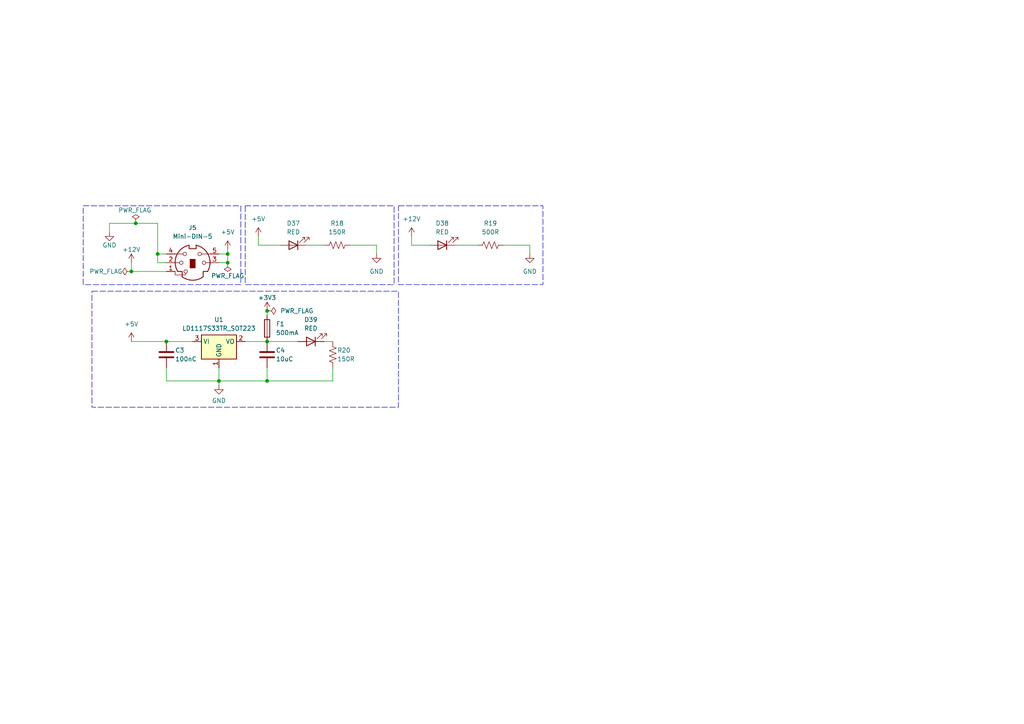
<source format=kicad_sch>
(kicad_sch (version 20230121) (generator eeschema)
  (paper "A4")
  (title_block (title "Power_Management") (date "2024-02-27") (rev "1.0") (company "Sidharth Sreeram"))
  (lib_symbols
    (symbol "Connector:Mini-DIN-5" (pin_names (offset 1.016))
      (property "Reference" "J" (at 0 6.35 0))
      (property "Value" "Mini-DIN-5" (at 0 -6.35 0))
      (symbol "Mini-DIN-5_0_1"
        (circle (center -3.302 0) (radius 0.508))
        (arc (start -3.048 -4.064) (mid 0 -5.08) (end 3.048 -4.064) (stroke (width 0.254)))
        (circle (center -2.032 2.54) (radius 0.508))
        (arc (start -1.016 5.08) (mid -4.6228 2.1214) (end -4.318 -2.54) (stroke (width 0.254)))
        (rectangle (start -0.762 1.016) (end 0.762 -1.524) (fill (type outline)))
        (polyline (pts (xy -3.81 0) (xy -5.08 0)))
        (polyline (pts (xy -2.54 2.54) (xy -5.08 2.54)))
        (polyline (pts (xy 2.794 2.54) (xy 5.08 2.54)))
        (polyline (pts (xy 5.08 0) (xy 3.81 0)))
        (polyline (pts (xy -4.318 -2.54) (xy -3.048 -2.54) (xy -3.048 -4.064)) (stroke (width 0.254)))
        (polyline (pts (xy 4.318 -2.54) (xy 3.048 -2.54) (xy 3.048 -4.064)) (stroke (width 0.254)))
        (polyline (pts (xy -1.016 5.08) (xy -1.016 4.064) (xy 1.016 4.064) (xy 1.016 5.08)) (stroke (width 0.254)))
        (polyline (pts (xy 2.032 -3.048) (xy 2.032 -3.556) (xy 5.08 -3.556) (xy 5.08 -2.54)))
        (circle (center 2.032 -2.54) (radius 0.508))
        (circle (center 2.286 2.54) (radius 0.508))
        (circle (center 3.302 0) (radius 0.508))
        (arc (start 4.318 -2.54) (mid 4.6661 2.1322) (end 1.016 5.08) (stroke (width 0.254)))
      )
      (symbol "Mini-DIN-5_1_1"
        (pin passive line (at 7.62 -2.54 180) (length 2.54) (name "~") (number "1"))
        (pin passive line (at 7.62 0 180) (length 2.54) (name "~") (number "2"))
        (pin passive line (at -7.62 0 0) (length 2.54) (name "~") (number "3"))
        (pin passive line (at 7.62 2.54 180) (length 2.54) (name "~") (number "4"))
        (pin passive line (at -7.62 2.54 0) (length 2.54) (name "~") (number "5"))
      )
    )
    (symbol "Device:C" (pin_numbers hide) (pin_names (offset 0.254))
      (property "Reference" "C" (at 0.635 2.54 0))
      (property "Value" "C" (at 0.635 -2.54 0))
      (symbol "C_0_1"
        (polyline (pts (xy -2.032 -0.762) (xy 2.032 -0.762)) (stroke (width 0.508)))
        (polyline (pts (xy -2.032 0.762) (xy 2.032 0.762)) (stroke (width 0.508)))
      )
      (symbol "C_1_1"
        (pin passive line (at 0 3.81 270) (length 2.794) (name "~") (number "1"))
        (pin passive line (at 0 -3.81 90) (length 2.794) (name "~") (number "2"))
      )
    )
    (symbol "Device:Fuse" (pin_numbers hide) (pin_names (offset 0))
      (property "Reference" "F" (at 2.032 0 90))
      (property "Value" "Fuse" (at -1.905 0 90))
      (symbol "Fuse_0_1"
        (rectangle (start -0.762 -2.54) (end 0.762 2.54) (stroke (width 0.254)))
        (polyline (pts (xy 0 2.54) (xy 0 -2.54)))
      )
      (symbol "Fuse_1_1"
        (pin passive line (at 0 3.81 270) (length 1.27) (name "~") (number "1"))
        (pin passive line (at 0 -3.81 90) (length 1.27) (name "~") (number "2"))
      )
    )
    (symbol "Device:LED" (pin_numbers hide) (pin_names (offset 1.016) hide)
      (property "Reference" "D" (at 0 2.54 0))
      (property "Value" "LED" (at 0 -2.54 0))
      (symbol "LED_0_1"
        (polyline (pts (xy -1.27 -1.27) (xy -1.27 1.27)) (stroke (width 0.254)))
        (polyline (pts (xy -1.27 0) (xy 1.27 0)))
        (polyline (pts (xy 1.27 -1.27) (xy 1.27 1.27) (xy -1.27 0) (xy 1.27 -1.27)) (stroke (width 0.254)))
        (polyline (pts (xy -3.048 -0.762) (xy -4.572 -2.286) (xy -3.81 -2.286) (xy -4.572 -2.286) (xy -4.572 -1.524)))
        (polyline (pts (xy -1.778 -0.762) (xy -3.302 -2.286) (xy -2.54 -2.286) (xy -3.302 -2.286) (xy -3.302 -1.524)))
      )
      (symbol "LED_1_1"
        (pin passive line (at -3.81 0 0) (length 2.54) (name "K") (number "1"))
        (pin passive line (at 3.81 0 180) (length 2.54) (name "A") (number "2"))
      )
    )
    (symbol "Device:R_US" (pin_numbers hide) (pin_names (offset 0))
      (property "Reference" "R" (at 2.54 0 90))
      (property "Value" "R_US" (at -2.54 0 90))
      (symbol "R_US_0_1"
        (polyline (pts (xy 0 -2.286) (xy 0 -2.54)))
        (polyline (pts (xy 0 2.286) (xy 0 2.54)))
        (polyline (pts (xy 0 -0.762) (xy 1.016 -1.143) (xy 0 -1.524) (xy -1.016 -1.905) (xy 0 -2.286)))
        (polyline (pts (xy 0 0.762) (xy 1.016 0.381) (xy 0 0) (xy -1.016 -0.381) (xy 0 -0.762)))
        (polyline (pts (xy 0 2.286) (xy 1.016 1.905) (xy 0 1.524) (xy -1.016 1.143) (xy 0 0.762)))
      )
      (symbol "R_US_1_1"
        (pin passive line (at 0 3.81 270) (length 1.27) (name "~") (number "1"))
        (pin passive line (at 0 -3.81 90) (length 1.27) (name "~") (number "2"))
      )
    )
    (symbol "Regulator_Linear:LD1117S33TR_SOT223"
      (property "Reference" "U" (at -3.81 3.175 0))
      (property "Value" "LD1117S33TR_SOT223" (at 0 3.175 0))
      (symbol "LD1117S33TR_SOT223_0_1"
        (rectangle (start -5.08 -5.08) (end 5.08 1.905) (stroke (width 0.254)) (fill (type background)))
      )
      (symbol "LD1117S33TR_SOT223_1_1"
        (pin power_in line (at 0 -7.62 90) (length 2.54) (name "GND") (number "1"))
        (pin power_out line (at 7.62 0 180) (length 2.54) (name "VO") (number "2"))
        (pin power_in line (at -7.62 0 0) (length 2.54) (name "VI") (number "3"))
      )
    )
    (symbol "power:+12V" (power) (pin_names (offset 0))
      (property "Value" "+12V" (at 0 3.556 0))
      (symbol "+12V_0_1"
        (polyline (pts (xy -0.762 1.27) (xy 0 2.54)))
        (polyline (pts (xy 0 0) (xy 0 2.54)))
        (polyline (pts (xy 0 2.54) (xy 0.762 1.27)))
      )
      (symbol "+12V_1_1"
        (pin power_in line (at 0 0 90) (length 0) hide (name "+12V") (number "1"))
      )
    )
    (symbol "power:+3V3" (power) (pin_names (offset 0))
      (property "Value" "+3V3" (at 0 3.556 0))
      (symbol "+3V3_0_1"
        (polyline (pts (xy -0.762 1.27) (xy 0 2.54)))
        (polyline (pts (xy 0 0) (xy 0 2.54)))
        (polyline (pts (xy 0 2.54) (xy 0.762 1.27)))
      )
      (symbol "+3V3_1_1"
        (pin power_in line (at 0 0 90) (length 0) hide (name "+3V3") (number "1"))
      )
    )
    (symbol "power:+5V" (power) (pin_names (offset 0))
      (property "Value" "+5V" (at 0 3.556 0))
      (symbol "+5V_0_1"
        (polyline (pts (xy -0.762 1.27) (xy 0 2.54)))
        (polyline (pts (xy 0 0) (xy 0 2.54)))
        (polyline (pts (xy 0 2.54) (xy 0.762 1.27)))
      )
      (symbol "+5V_1_1"
        (pin power_in line (at 0 0 90) (length 0) hide (name "+5V") (number "1"))
      )
    )
    (symbol "power:GND" (power) (pin_names (offset 0))
      (property "Value" "GND" (at 0 -3.81 0))
      (symbol "GND_0_1"
        (polyline (pts (xy 0 0) (xy 0 -1.27) (xy 1.27 -1.27) (xy 0 -2.54) (xy -1.27 -1.27) (xy 0 -1.27)))
      )
      (symbol "GND_1_1"
        (pin power_in line (at 0 0 270) (length 0) hide (name "GND") (number "1"))
      )
    )
    (symbol "power:PWR_FLAG" (power) (pin_numbers hide) (pin_names (offset 0) hide)
      (property "Value" "PWR_FLAG" (at 0 3.81 0))
      (symbol "PWR_FLAG_0_0"
        (pin power_out line (at 0 0 90) (length 0) (name "pwr") (number "1"))
      )
      (symbol "PWR_FLAG_0_1"
        (polyline (pts (xy 0 0) (xy 0 1.27) (xy -1.016 1.905) (xy 0 2.54) (xy 1.016 1.905) (xy 0 1.27)))
      )
    )
  )
  (junction (at 77.47 90.17))
  (junction (at 66.04 73.66))
  (junction (at 48.26 99.06))
  (junction (at 39.37 64.77))
  (junction (at 38.1 78.74))
  (junction (at 77.47 110.49))
  (junction (at 45.72 73.66))
  (junction (at 77.47 99.06))
  (junction (at 66.04 76.2))
  (junction (at 63.5 110.49))
  (wire (pts (xy 71.12 99.06) (xy 77.47 99.06)))
  (wire (pts (xy 31.75 64.77) (xy 39.37 64.77)))
  (wire (pts (xy 77.47 106.68) (xy 77.47 110.49)))
  (wire (pts (xy 74.93 71.12) (xy 74.93 68.58)))
  (wire (pts (xy 63.5 110.49) (xy 63.5 111.76)))
  (wire (pts (xy 31.75 64.77) (xy 31.75 67.31)))
  (wire (pts (xy 153.67 71.12) (xy 153.67 73.66)))
  (wire (pts (xy 38.1 78.74) (xy 48.26 78.74)))
  (wire (pts (xy 66.04 76.2) (xy 63.5 76.2)))
  (wire (pts (xy 48.26 73.66) (xy 45.72 73.66)))
  (wire (pts (xy 48.26 99.06) (xy 55.88 99.06)))
  (wire (pts (xy 132.08 71.12) (xy 138.43 71.12)))
  (wire (pts (xy 48.26 106.68) (xy 48.26 110.49)))
  (wire (pts (xy 101.6 71.12) (xy 109.22 71.12)))
  (wire (pts (xy 63.5 106.68) (xy 63.5 110.49)))
  (wire (pts (xy 96.52 99.06) (xy 93.98 99.06)))
  (wire (pts (xy 77.47 90.17) (xy 77.47 91.44)))
  (wire (pts (xy 45.72 76.2) (xy 48.26 76.2)))
  (wire (pts (xy 109.22 71.12) (xy 109.22 73.66)))
  (wire (pts (xy 77.47 110.49) (xy 96.52 110.49)))
  (wire (pts (xy 146.05 71.12) (xy 153.67 71.12)))
  (wire (pts (xy 119.38 68.58) (xy 119.38 71.12)))
  (wire (pts (xy 66.04 73.66) (xy 66.04 76.2)))
  (wire (pts (xy 45.72 64.77) (xy 45.72 73.66)))
  (wire (pts (xy 74.93 71.12) (xy 81.28 71.12)))
  (wire (pts (xy 119.38 71.12) (xy 124.46 71.12)))
  (wire (pts (xy 63.5 73.66) (xy 66.04 73.66)))
  (wire (pts (xy 96.52 110.49) (xy 96.52 106.68)))
  (wire (pts (xy 45.72 73.66) (xy 45.72 76.2)))
  (wire (pts (xy 66.04 72.39) (xy 66.04 73.66)))
  (wire (pts (xy 38.1 99.06) (xy 48.26 99.06)))
  (wire (pts (xy 86.36 99.06) (xy 77.47 99.06)))
  (wire (pts (xy 63.5 110.49) (xy 77.47 110.49)))
  (wire (pts (xy 39.37 64.77) (xy 45.72 64.77)))
  (wire (pts (xy 88.9 71.12) (xy 93.98 71.12)))
  (wire (pts (xy 48.26 110.49) (xy 63.5 110.49)))
  (wire (pts (xy 38.1 76.2) (xy 38.1 78.74)))
  (rectangle (start 115.57 59.69) (end 157.48 82.55) (stroke (width 0) (type dash)))
  (rectangle (start 26.67 84.455) (end 115.57 118.11) (stroke (width 0) (type dash)))
  (rectangle (start 71.12 59.69) (end 114.3 82.55) (stroke (width 0) (type dash)))
  (rectangle (start 24.13 59.69) (end 69.85 82.55) (stroke (width 0) (type dash)))
  (symbol (lib_id "power:PWR_FLAG") (at 39.37 64.77 0) (unit 1)
    (property "Reference" "#FLG03" (effects hide))
    (property "Value" "PWR_FLAG" (at 34.29 60.96 0) (effects (justify left)))
  )
  (symbol (lib_id "Regulator_Linear:LD1117S33TR_SOT223") (at 63.5 99.06 0) (unit 1)
    (property "Reference" "U1" (at 63.5 92.71 0))
    (property "Value" "LD1117S33TR_SOT223" (at 63.5 95.25 0))
    (property "Footprint" "Package_TO_SOT_SMD:SOT-223-3_TabPin2" (effects hide))
    (property "Datasheet" "http://www.st.com/st-web-ui/static/active/en/resource/technical/document/datasheet/CD00000544.pdf" (effects hide))
  )
  (symbol (lib_id "power:+3V3") (at 77.47 90.17 0) (unit 1)
    (property "Reference" "#PWR026" (effects hide))
    (property "Value" "+3V3" (at 77.47 86.36 0))
  )
  (symbol (lib_id "Device:R_US") (at 142.24 71.12 270) (unit 1)
    (property "Reference" "R19" (at 142.24 64.77 90))
    (property "Value" "500R" (at 142.24 67.31 90))
    (property "Footprint" "PCM_Resistor_SMD_AKL:R_0402_1005Metric_Pad0.72x0.64mm_HandSolder" (effects hide))
  )
  (symbol (lib_id "power:+5V") (at 38.1 99.06 0) (unit 1)
    (property "Reference" "#PWR027" (effects hide))
    (property "Value" "+5V" (at 38.1 93.98 0))
  )
  (symbol (lib_id "power:GND") (at 63.5 111.76 0) (unit 1)
    (property "Reference" "#PWR028" (effects hide))
    (property "Value" "GND" (at 63.5 116.205 0))
  )
  (symbol (lib_id "power:+5V") (at 74.93 68.58 0) (unit 1)
    (property "Reference" "#PWR020" (effects hide))
    (property "Value" "+5V" (at 74.93 63.5 0))
  )
  (symbol (lib_id "Device:LED") (at 85.09 71.12 180) (unit 1)
    (property "Reference" "D37" (at 85.09 64.77 0))
    (property "Value" "RED" (at 85.09 67.31 0))
    (property "Footprint" "LED_SMD:LED_1210_3225Metric_Pad1.42x2.65mm_HandSolder" (effects hide))
  )
  (symbol (lib_id "power:PWR_FLAG") (at 38.1 78.74 90) (unit 1)
    (property "Reference" "#FLG08" (effects hide))
    (property "Value" "PWR_FLAG" (at 35.56 78.74 90) (effects (justify left)))
  )
  (symbol (lib_id "Device:LED") (at 90.17 99.06 180) (unit 1)
    (property "Reference" "D39" (at 90.17 92.71 0))
    (property "Value" "RED" (at 90.17 95.25 0))
    (property "Footprint" "LED_SMD:LED_1210_3225Metric_Pad1.42x2.65mm_HandSolder" (effects hide))
  )
  (symbol (lib_id "power:GND") (at 109.22 73.66 0) (unit 1)
    (property "Reference" "#PWR023" (effects hide))
    (property "Value" "GND" (at 109.22 78.74 0))
  )
  (symbol (lib_id "power:PWR_FLAG") (at 66.04 76.2 180) (unit 1)
    (property "Reference" "#FLG09" (effects hide))
    (property "Value" "PWR_FLAG" (at 66.04 80.01 0))
  )
  (symbol (lib_id "Connector:Mini-DIN-5") (at 55.88 76.2 0) (mirror y) (unit 1)
    (property "Reference" "J5" (at 55.8623 66.04 0))
    (property "Value" "Mini-DIN-5" (at 55.8623 68.58 0))
    (property "Footprint" "MD-50SM:CUI_MD-50SM" (effects hide))
    (property "Datasheet" "http://service.powerdynamics.com/ec/Catalog17/Section%2011.pdf" (effects hide))
  )
  (symbol (lib_id "power:PWR_FLAG") (at 77.47 90.17 270) (unit 1)
    (property "Reference" "#FLG02" (effects hide))
    (property "Value" "PWR_FLAG" (at 81.28 90.17 90) (effects (justify left)))
  )
  (symbol (lib_id "power:GND") (at 153.67 73.66 0) (unit 1)
    (property "Reference" "#PWR024" (effects hide))
    (property "Value" "GND" (at 153.67 78.74 0))
  )
  (symbol (lib_id "power:+12V") (at 119.38 68.58 0) (unit 1)
    (property "Reference" "#PWR021" (effects hide))
    (property "Value" "+12V" (at 119.38 63.5 0))
  )
  (symbol (lib_id "Device:R_US") (at 96.52 102.87 180) (unit 1)
    (property "Reference" "R20" (at 97.79 101.6 0) (effects (justify right)))
    (property "Value" "150R" (at 97.79 104.14 0) (effects (justify right)))
    (property "Footprint" "PCM_Resistor_SMD_AKL:R_0402_1005Metric_Pad0.72x0.64mm_HandSolder" (effects hide))
  )
  (symbol (lib_id "power:+12V") (at 38.1 76.2 0) (mirror y) (unit 1)
    (property "Reference" "#PWR025" (effects hide))
    (property "Value" "+12V" (at 38.1 72.39 0))
  )
  (symbol (lib_id "Device:R_US") (at 97.79 71.12 90) (unit 1)
    (property "Reference" "R18" (at 97.79 64.77 90))
    (property "Value" "150R" (at 97.79 67.31 90))
    (property "Footprint" "PCM_Resistor_SMD_AKL:R_0402_1005Metric_Pad0.72x0.64mm_HandSolder" (effects hide))
  )
  (symbol (lib_id "Device:Fuse") (at 77.47 95.25 180) (unit 1)
    (property "Reference" "F1" (at 80.01 93.98 0) (effects (justify right)))
    (property "Value" "500mA" (at 80.01 96.52 0) (effects (justify right)))
    (property "Footprint" "Fuse:Fuseholder_Clip-5x20mm_Bel_FC-203-22_Lateral_P17.80x5.00mm_D1.17mm_Horizontal" (effects hide))
  )
  (symbol (lib_id "power:GND") (at 31.75 67.31 0) (mirror y) (unit 1)
    (property "Reference" "#PWR019" (effects hide))
    (property "Value" "GND" (at 31.75 71.12 0))
  )
  (symbol (lib_id "power:+5V") (at 66.04 72.39 0) (mirror y) (unit 1)
    (property "Reference" "#PWR022" (effects hide))
    (property "Value" "+5V" (at 66.04 67.31 0))
  )
  (symbol (lib_id "Device:C") (at 77.47 102.87 0) (unit 1)
    (property "Reference" "C4" (at 80.01 101.6 0) (effects (justify left)))
    (property "Value" "10uC" (at 80.01 104.14 0) (effects (justify left)))
    (property "Footprint" "Capacitor_SMD:C_0603_1608Metric_Pad1.08x0.95mm_HandSolder" (effects hide))
  )
  (symbol (lib_id "Device:LED") (at 128.27 71.12 180) (unit 1)
    (property "Reference" "D38" (at 128.27 64.77 0))
    (property "Value" "RED" (at 128.27 67.31 0))
    (property "Footprint" "LED_SMD:LED_1210_3225Metric_Pad1.42x2.65mm_HandSolder" (effects hide))
  )
  (symbol (lib_id "Device:C") (at 48.26 102.87 0) (unit 1)
    (property "Reference" "C3" (at 50.8 101.6 0) (effects (justify left)))
    (property "Value" "100nC" (at 50.8 104.14 0) (effects (justify left)))
    (property "Footprint" "Capacitor_SMD:C_0402_1005Metric_Pad0.74x0.62mm_HandSolder" (effects hide))
  )
)
</source>
